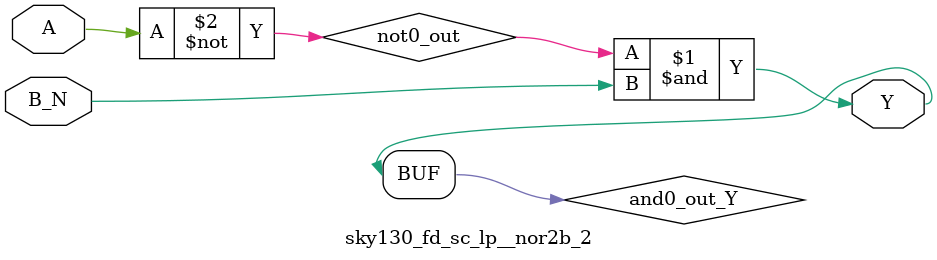
<source format=v>
/*
 * Copyright 2020 The SkyWater PDK Authors
 *
 * Licensed under the Apache License, Version 2.0 (the "License");
 * you may not use this file except in compliance with the License.
 * You may obtain a copy of the License at
 *
 *     https://www.apache.org/licenses/LICENSE-2.0
 *
 * Unless required by applicable law or agreed to in writing, software
 * distributed under the License is distributed on an "AS IS" BASIS,
 * WITHOUT WARRANTIES OR CONDITIONS OF ANY KIND, either express or implied.
 * See the License for the specific language governing permissions and
 * limitations under the License.
 *
 * SPDX-License-Identifier: Apache-2.0
*/


`ifndef SKY130_FD_SC_LP__NOR2B_2_FUNCTIONAL_V
`define SKY130_FD_SC_LP__NOR2B_2_FUNCTIONAL_V

/**
 * nor2b: 2-input NOR, first input inverted.
 *
 *        Y = !(A | B | C | !D)
 *
 * Verilog simulation functional model.
 */

`timescale 1ns / 1ps
`default_nettype none

`celldefine
module sky130_fd_sc_lp__nor2b_2 (
    Y  ,
    A  ,
    B_N
);

    // Module ports
    output Y  ;
    input  A  ;
    input  B_N;

    // Local signals
    wire not0_out  ;
    wire and0_out_Y;

    //  Name  Output      Other arguments
    not not0 (not0_out  , A              );
    and and0 (and0_out_Y, not0_out, B_N  );
    buf buf0 (Y         , and0_out_Y     );

endmodule
`endcelldefine

`default_nettype wire
`endif  // SKY130_FD_SC_LP__NOR2B_2_FUNCTIONAL_V

</source>
